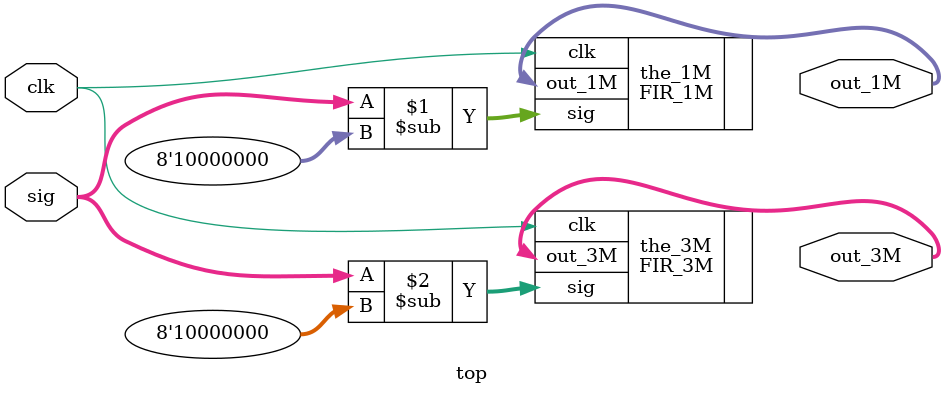
<source format=v>

module top(
	input clk,
 	input  [7:0] sig,
	output  signed [7:0] out_1M, out_3M//, out_1M_l,
//	output signed [15:0] out_3M_l, out_3M_h
);


 FIR_1M the_1M(
	.clk(clk),
 	.sig(sig-8'd128),
	.out_1M(out_1M)
);

FIR_3M the_3M(
	.clk(clk),
 	.sig(sig-8'd128),
	.out_3M(out_3M)
);


endmodule 
</source>
